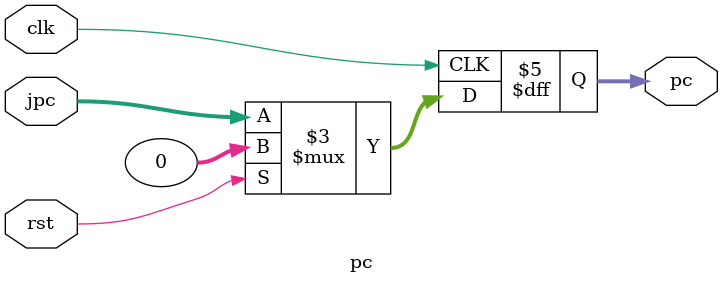
<source format=v>
`timescale 1ns / 1ps

module pc (
		input clk,
		input rst,
		input[31:0] jpc,

		output reg[31:0] pc
	);

always @(posedge clk) begin
	if (rst) begin
		pc <= 32'b0;
	end
	else begin
		pc <= jpc;
	end
end

endmodule
</source>
